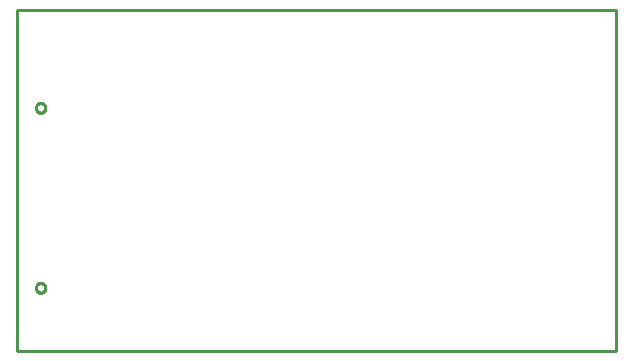
<source format=gko>
G04 EAGLE Gerber RS-274X export*
G75*
%MOMM*%
%FSLAX34Y34*%
%LPD*%
%IN*%
%IPPOS*%
%AMOC8*
5,1,8,0,0,1.08239X$1,22.5*%
G01*
%ADD10C,0.254000*%


D10*
X0Y0D02*
X507800Y0D01*
X507800Y288800D01*
X0Y288800D01*
X0Y0D01*
X24320Y205478D02*
X24252Y204958D01*
X24116Y204451D01*
X23915Y203967D01*
X23653Y203513D01*
X23334Y203097D01*
X22963Y202726D01*
X22547Y202407D01*
X22093Y202145D01*
X21609Y201944D01*
X21102Y201808D01*
X20582Y201740D01*
X20058Y201740D01*
X19538Y201808D01*
X19031Y201944D01*
X18547Y202145D01*
X18093Y202407D01*
X17677Y202726D01*
X17306Y203097D01*
X16987Y203513D01*
X16725Y203967D01*
X16524Y204451D01*
X16388Y204958D01*
X16320Y205478D01*
X16320Y206002D01*
X16388Y206522D01*
X16524Y207029D01*
X16725Y207513D01*
X16987Y207967D01*
X17306Y208383D01*
X17677Y208754D01*
X18093Y209073D01*
X18547Y209335D01*
X19031Y209536D01*
X19538Y209672D01*
X20058Y209740D01*
X20582Y209740D01*
X21102Y209672D01*
X21609Y209536D01*
X22093Y209335D01*
X22547Y209073D01*
X22963Y208754D01*
X23334Y208383D01*
X23653Y207967D01*
X23915Y207513D01*
X24116Y207029D01*
X24252Y206522D01*
X24320Y206002D01*
X24320Y205478D01*
X24320Y53078D02*
X24252Y52558D01*
X24116Y52051D01*
X23915Y51567D01*
X23653Y51113D01*
X23334Y50697D01*
X22963Y50326D01*
X22547Y50007D01*
X22093Y49745D01*
X21609Y49544D01*
X21102Y49408D01*
X20582Y49340D01*
X20058Y49340D01*
X19538Y49408D01*
X19031Y49544D01*
X18547Y49745D01*
X18093Y50007D01*
X17677Y50326D01*
X17306Y50697D01*
X16987Y51113D01*
X16725Y51567D01*
X16524Y52051D01*
X16388Y52558D01*
X16320Y53078D01*
X16320Y53602D01*
X16388Y54122D01*
X16524Y54629D01*
X16725Y55113D01*
X16987Y55567D01*
X17306Y55983D01*
X17677Y56354D01*
X18093Y56673D01*
X18547Y56935D01*
X19031Y57136D01*
X19538Y57272D01*
X20058Y57340D01*
X20582Y57340D01*
X21102Y57272D01*
X21609Y57136D01*
X22093Y56935D01*
X22547Y56673D01*
X22963Y56354D01*
X23334Y55983D01*
X23653Y55567D01*
X23915Y55113D01*
X24116Y54629D01*
X24252Y54122D01*
X24320Y53602D01*
X24320Y53078D01*
M02*

</source>
